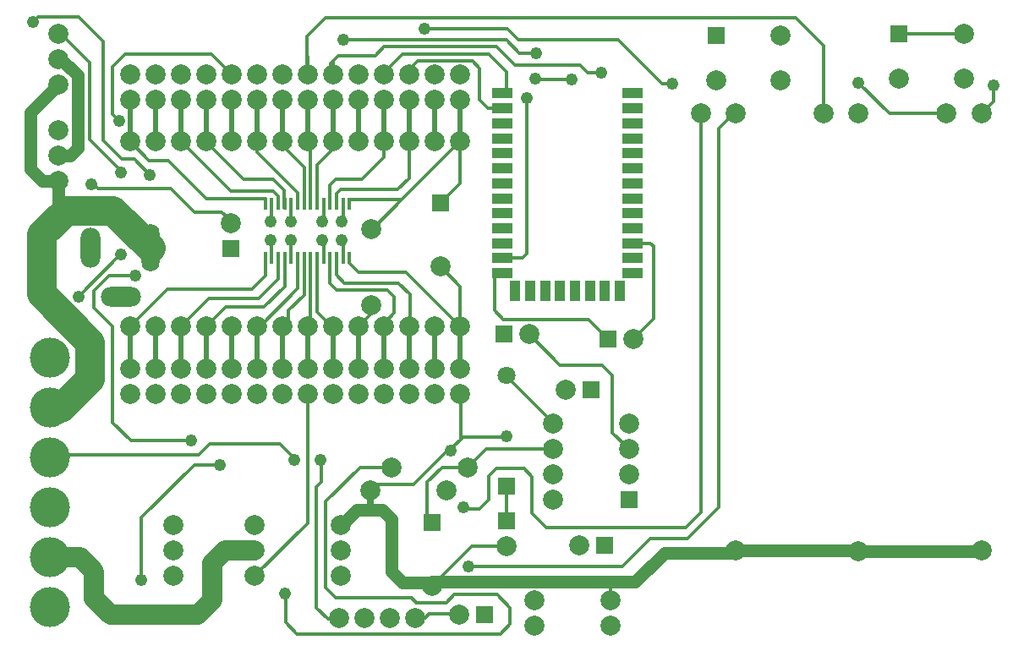
<source format=gbr>
G04 DipTrace 2.3.0.3*
%INTop.gbr*%
%MOIN*%
%ADD13C,0.049*%
%ADD14C,0.026*%
%ADD15C,0.0128*%
%ADD16C,0.079*%
%ADD17C,0.118*%
%ADD18C,0.0787*%
%ADD19C,0.013*%
%ADD20C,0.0197*%
%ADD21C,0.0118*%
%ADD22C,0.0492*%
%ADD23C,0.0787*%
%ADD24R,0.07X0.07*%
%ADD25C,0.0709*%
%ADD26O,0.0709X0.189*%
%ADD27O,0.0787X0.1575*%
%ADD28O,0.1575X0.0787*%
%ADD29C,0.079*%
%ADD30R,0.0118X0.0492*%
%ADD31C,0.1575*%
%ADD32R,0.0787X0.0394*%
%ADD33R,0.0394X0.0787*%
%FSLAX44Y44*%
G04*
G70*
G90*
G75*
G01*
%LNTop*%
%LPD*%
X5757Y26995D2*
D13*
X5855D1*
X6503Y26347D1*
Y23476D1*
X6222Y23195D1*
X5757D1*
X18055Y9977D2*
D14*
Y9222D1*
D13*
X18509D1*
X18879Y8852D1*
Y6789D1*
X19316Y6352D1*
X20477D1*
Y6215D1*
Y6381D1*
X27522D1*
X28487D1*
X29632Y7526D1*
X32366D1*
X32446Y7607D1*
X37287D1*
X37291Y7603D1*
X42132D1*
Y7607D1*
X27407Y15965D2*
D19*
X26638Y16734D1*
X23271D1*
X22931Y17073D1*
Y18553D1*
X23258D1*
X18055Y9977D2*
X18308Y10230D1*
X19742D1*
X21078Y11566D1*
X21228D1*
X20477Y6215D2*
X22043Y7781D1*
X23415D1*
X16889Y8633D2*
X16920D1*
D13*
X17509Y9222D1*
X18055D1*
X27522Y6381D2*
D19*
X27510Y5652D1*
X21553Y5094D2*
Y5131D1*
X20362D1*
X20197Y4966D1*
X19828D1*
X23416Y12128D2*
X23378Y12091D1*
X21691D1*
X21603Y12003D1*
X21353Y11753D1*
Y11628D1*
X21290Y11566D1*
X21228D1*
X7039Y22067D2*
X7159D1*
X7329Y21897D1*
X10195D1*
X11125Y20967D1*
X12191D1*
X12542Y20616D1*
Y20525D1*
X21603Y12003D2*
Y13804D1*
X21579Y13780D1*
X23258Y19143D2*
X24032D1*
X24215Y19326D1*
Y25446D1*
X42605Y25942D2*
Y25324D1*
X42132Y24851D1*
X32446D2*
Y24836D1*
X32344D1*
X31779Y24271D1*
Y9338D1*
X30544Y8102D1*
X29082D1*
X27982Y7003D1*
X21915D1*
X21579Y25375D2*
D20*
Y23750D1*
X21578D1*
X17223Y21279D2*
D21*
Y21463D1*
X17935D1*
D15*
X19290D1*
X21578Y23750D1*
D19*
Y22094D1*
X20799Y21315D1*
X18067Y20305D2*
X18132D1*
X19290Y21463D1*
X20579Y25375D2*
D20*
Y23750D1*
X20578D1*
X16967Y21279D2*
D21*
Y20968D1*
D15*
Y20667D1*
X16903Y20604D1*
X19579Y25375D2*
D20*
Y23752D1*
X19578Y23750D1*
X16711Y21279D2*
D15*
Y21686D1*
X16866Y21842D1*
X19115D1*
X19578Y22305D1*
Y23750D1*
X18579Y25375D2*
D20*
Y23752D1*
X18578Y23750D1*
X16455Y21279D2*
D21*
Y22020D1*
X16688Y22253D1*
X17712D1*
D15*
X18565Y23106D1*
Y23750D1*
X18578D1*
X17579Y25375D2*
D20*
Y23752D1*
X17578Y23750D1*
X16199Y21279D2*
D21*
Y20968D1*
D15*
Y20630D1*
X16160Y20591D1*
X16579Y25375D2*
D20*
Y23752D1*
X16578Y23750D1*
X15943Y21279D2*
D21*
Y22814D1*
D15*
X16751Y23623D1*
Y23750D1*
X16578D1*
X15579Y25375D2*
D20*
Y23752D1*
X15578Y23750D1*
X15687Y21279D2*
D21*
Y21352D1*
D15*
Y23859D1*
X15578Y23750D1*
X14579Y25375D2*
D20*
Y23752D1*
X14578Y23750D1*
X15431Y21279D2*
D21*
Y21406D1*
D15*
Y22715D1*
X14396Y23750D1*
X14578D1*
X13579Y25375D2*
D20*
Y23752D1*
X13578Y23750D1*
X15175Y21279D2*
D21*
Y21733D1*
D15*
X13578Y23331D1*
Y23750D1*
X12579Y25375D2*
D20*
Y23752D1*
X12578Y23750D1*
X14919Y21279D2*
D21*
Y20968D1*
D15*
Y20601D1*
X14910Y20591D1*
X11579Y25375D2*
D20*
Y23752D1*
X11578Y23750D1*
X14664Y21279D2*
D21*
Y21147D1*
D15*
X14650Y21134D1*
Y21836D1*
X14227Y22259D1*
X13047D1*
X11578Y23727D1*
Y23750D1*
X10579Y25375D2*
D20*
Y23752D1*
X10578Y23750D1*
X14408Y21279D2*
D21*
Y21588D1*
D15*
X14216Y21780D1*
X12548D1*
X10578Y23750D1*
X9579Y25375D2*
D20*
Y23752D1*
X9578Y23750D1*
X14152Y21279D2*
D21*
Y20968D1*
D15*
Y20645D1*
X14097Y20591D1*
X8579Y25375D2*
D20*
Y23752D1*
X8578Y23750D1*
X13896Y21279D2*
D21*
Y21504D1*
X11578D1*
D15*
X10078Y23004D1*
X9324D1*
X8578Y23750D1*
X8579Y16468D2*
D20*
Y14780D1*
X13896Y19153D2*
D15*
Y18451D1*
X13381Y17936D1*
X10047D1*
X8579Y16468D1*
X9579D2*
D20*
Y14780D1*
X14152Y19153D2*
D21*
Y19463D1*
D15*
Y19786D1*
X14097Y19841D1*
X10579Y16468D2*
D20*
Y14780D1*
X14408Y19153D2*
D21*
Y18320D1*
D15*
X13639Y17552D1*
X11663D1*
X10579Y16468D1*
X11579D2*
D20*
Y14780D1*
X14664Y19153D2*
D21*
Y18033D1*
D15*
X13849Y17218D1*
X12330D1*
X11579Y16468D1*
X12579D2*
D20*
Y14780D1*
X14919Y19153D2*
D21*
Y19463D1*
D15*
Y19831D1*
X14910Y19841D1*
X13579Y16468D2*
D20*
Y14780D1*
X15175Y19153D2*
D15*
Y17940D1*
X13703Y16468D1*
X13579D1*
X14579D2*
D20*
Y14780D1*
X15431Y19153D2*
D21*
Y17684D1*
D15*
X14827Y17080D1*
Y16715D1*
X14579Y16468D1*
X15579D2*
D20*
Y14780D1*
X15687Y19153D2*
D21*
Y17657D1*
D15*
Y16547D1*
X15579Y16655D1*
Y16468D1*
X16579D2*
D20*
Y14780D1*
X15943Y19153D2*
D21*
Y17657D1*
D15*
Y17022D1*
X16497Y16468D1*
X16579D1*
X17579D2*
D20*
Y14780D1*
X16199Y19153D2*
D21*
Y19463D1*
D15*
Y19802D1*
X16160Y19841D1*
X18067Y17305D2*
D19*
Y16955D1*
X17579Y16468D1*
X18579D2*
D20*
Y14780D1*
X16455Y19153D2*
D21*
Y18151D1*
D15*
X16727Y17879D1*
X18728D1*
X18978Y17629D1*
Y16973D1*
X18473Y16468D1*
X18579D1*
X19579D2*
D20*
Y14780D1*
X16711Y19153D2*
D21*
Y18481D1*
D15*
X17022Y18170D1*
X19137D1*
X19599Y17708D1*
Y16468D1*
X19579D1*
X20579D2*
D20*
Y14780D1*
X16903Y19841D2*
D15*
X16967D1*
Y19153D1*
X21579Y16468D2*
D20*
Y14780D1*
X17223Y19153D2*
D15*
Y18966D1*
X17583Y18605D1*
X19442D1*
X21579Y16468D1*
D19*
Y18034D1*
X20799Y18815D1*
X23258Y25639D2*
X23427D1*
Y26491D1*
X22729Y27189D1*
X19308D1*
X18681Y26562D1*
X18393D1*
X18579Y26375D1*
X5757Y25995D2*
D22*
X4653Y24891D1*
Y22657D1*
X5115Y22195D1*
X5757D1*
X5407Y11279D2*
D19*
Y11378D1*
X11289D1*
X11727Y11816D1*
X14477D1*
X15040Y11253D1*
Y11191D1*
X16070Y11190D2*
X16102D1*
Y10316D1*
X15915Y10128D1*
Y5370D1*
X16365Y4920D1*
X16568D1*
X16828Y4782D1*
Y4966D1*
X9377Y19544D2*
D17*
X7888Y21033D1*
X6032D1*
X5078Y20079D1*
Y17740D1*
X6987Y15830D1*
Y14400D1*
X5834Y13247D1*
X5407D1*
X5757Y22195D2*
D13*
Y21033D1*
X6032D1*
X21894Y10903D2*
D15*
X20871D1*
X20290Y10323D1*
Y8901D1*
X20477Y8715D1*
X6531Y17624D2*
X8193Y19286D1*
X8202Y19298D1*
X21894Y10903D2*
D19*
X22610Y11619D1*
X25243D1*
X5757Y27995D2*
X5842D1*
X6975Y26863D1*
Y23819D1*
X8281Y22513D1*
X8217D1*
X13493Y6615D2*
X15579Y8701D1*
Y13780D1*
X10977Y11941D2*
X8605D1*
X7877Y12669D1*
Y16454D1*
X7150Y17181D1*
Y17859D1*
X7761Y18470D1*
X8769D1*
Y18441D1*
X9010Y6464D2*
Y8911D1*
X11102Y11003D1*
X12102D1*
X37292Y26067D2*
X38509Y24851D1*
X40754D1*
X27139Y26451D2*
X26618D1*
X26324Y26744D1*
X23747D1*
X23003Y27489D1*
X18595D1*
X18236Y27130D1*
X16790D1*
X16579Y26919D1*
X16477Y26817D1*
Y26274D1*
X16579Y26375D1*
Y26919D1*
X21728Y9316D2*
Y9248D1*
X22344D1*
X22728Y9632D1*
Y10555D1*
X23012Y10839D1*
X24100D1*
X24412Y10527D1*
Y9073D1*
X24964Y8521D1*
X30475D1*
X31068Y9115D1*
Y24851D1*
X25243Y12619D2*
Y12652D1*
X23381Y14514D1*
X23416D1*
Y10164D2*
X23429Y10151D1*
Y8795D1*
X23415Y8781D1*
X20165Y28193D2*
X23430D1*
X23877Y27746D1*
X27811D1*
X29535Y26023D1*
X29946D1*
X28243Y11619D2*
X27595Y12267D1*
Y14523D1*
X27181Y14936D1*
X25527D1*
X24308Y16155D1*
X18894Y10903D2*
X17633D1*
X16279Y9550D1*
Y6139D1*
X16665Y5753D1*
X19665D1*
X19853Y5565D1*
X21040D1*
X21353Y5878D1*
X23034D1*
X23557Y5355D1*
Y4711D1*
X23177Y4332D1*
X15155D1*
X14704Y4783D1*
Y5916D1*
X14688D1*
X4742Y28455D2*
X4941Y28653D1*
X6546D1*
X7502Y27697D1*
Y23792D1*
X8242Y23051D1*
X8736D1*
X9349Y22438D1*
X13493Y7615D2*
D18*
X12320D1*
X11811Y7106D1*
Y5666D1*
X11237Y5091D1*
X7798D1*
X7159Y5731D1*
Y6795D1*
X6612Y7342D1*
X5407D1*
X19579Y26375D2*
D19*
X19592Y26363D1*
Y26592D1*
X19926Y26926D1*
X22071D1*
X22360Y26637D1*
Y25378D1*
X22689Y25049D1*
X23258D1*
X35913Y24847D2*
Y27530D1*
X34814Y28629D1*
X16289D1*
X15540Y27880D1*
Y26336D1*
X15579Y26375D1*
X15540Y27880D1*
X24563Y27234D2*
X23929D1*
X23408Y27755D1*
X16977D1*
X25992Y26188D2*
X24531D1*
Y26218D1*
X28407Y15965D2*
X29202Y16760D1*
Y19618D1*
X29086Y19734D1*
X28376D1*
X8140Y24563D2*
D15*
X7890Y24813D1*
Y26688D1*
X8390Y27188D1*
X11767D1*
X12579Y26375D1*
X38887Y27991D2*
D19*
X41446D1*
D13*
X6531Y17624D3*
X14097Y20591D3*
X14910D3*
X14097Y19841D3*
X14910D3*
X16903Y20604D3*
Y19841D3*
X16160D3*
Y20591D3*
X27139Y26451D3*
X37292Y26067D3*
X8202Y19298D3*
X8217Y22513D3*
X23416Y12128D3*
X7039Y22067D3*
X9349Y22438D3*
X8140Y24563D3*
X21228Y11566D3*
X24215Y25446D3*
X15040Y11191D3*
X16070Y11190D3*
X8769Y18441D3*
X10977Y11941D3*
X12102Y11003D3*
X9010Y6464D3*
X21728Y9316D3*
X29946Y26023D3*
X20165Y28193D3*
X16977Y27755D3*
X24563Y27234D3*
X24531Y26218D3*
X25992Y26188D3*
X42605Y25942D3*
X21915Y7003D3*
X14688Y5916D3*
X4742Y28455D3*
D23*
X5757Y24195D3*
Y23195D3*
Y22195D3*
Y27995D3*
Y26995D3*
Y25995D3*
D24*
X23415Y8781D3*
D16*
Y7781D3*
D24*
X27284Y7806D3*
D16*
X26284D3*
X24308Y16155D3*
D24*
X23308D3*
D16*
X20477Y6215D3*
D24*
Y8715D3*
D16*
X21553Y5094D3*
D24*
X22553D3*
D16*
X25737Y13971D3*
D24*
X26737D3*
D16*
X20799Y18815D3*
D24*
Y21315D3*
X23416Y10164D3*
D25*
Y14514D3*
D23*
X13493Y8615D3*
Y7615D3*
Y6615D3*
X10277Y8625D3*
Y7625D3*
Y6625D3*
X16889Y8633D3*
Y7633D3*
Y6633D3*
X8578Y23750D3*
X9578D3*
X10578D3*
X11578D3*
X12578D3*
X13578D3*
X14578D3*
X15578D3*
X16578D3*
X17578D3*
X18578D3*
X19578D3*
X20578D3*
X21578D3*
X21579Y16468D3*
X20579D3*
X19579D3*
X18579D3*
X17579D3*
X16579D3*
X15579D3*
X14579D3*
X13579D3*
X12579D3*
X11579D3*
X10579D3*
X9579D3*
X8579D3*
X21579Y26375D3*
X20579D3*
X19579D3*
X18579D3*
X17579D3*
X16579D3*
X15579D3*
X14579D3*
X13579D3*
X12579D3*
X11579D3*
X10579D3*
X9579D3*
X8579D3*
Y25375D3*
X9579D3*
X10579D3*
X11579D3*
X12579D3*
X13579D3*
X14579D3*
X15579D3*
X16579D3*
X17579D3*
X18579D3*
X19579D3*
X20579D3*
X21579D3*
Y14780D3*
X20579D3*
X19579D3*
X18579D3*
X17579D3*
X16579D3*
X15579D3*
X14579D3*
X13579D3*
X12579D3*
X11579D3*
X10579D3*
X9579D3*
X8579D3*
Y13780D3*
X9579D3*
X10579D3*
X11579D3*
X12579D3*
X13579D3*
X14579D3*
X15579D3*
X16579D3*
X17579D3*
X18579D3*
X19579D3*
X20579D3*
X21579D3*
D26*
X9377Y19544D3*
D27*
X7015D3*
D28*
X8196Y17615D3*
D16*
X28407Y15965D3*
D24*
X27407D3*
X28243Y9619D3*
D29*
Y10619D3*
Y11619D3*
Y12619D3*
X25243D3*
Y11619D3*
Y10619D3*
Y9619D3*
D24*
X12542Y19525D3*
D29*
Y20525D3*
D16*
X18055Y9977D3*
D29*
X21055D3*
D16*
X27510Y5652D3*
D29*
X24510D3*
D16*
X27510Y4662D3*
D29*
X24510D3*
D16*
X21894Y10903D3*
D29*
X18894D3*
D16*
X18067Y17305D3*
D29*
Y20305D3*
D24*
X31669Y27921D3*
D29*
Y26149D3*
X34229D3*
Y27921D3*
D24*
X38887Y27991D3*
D29*
Y26219D3*
X41446D3*
Y27991D3*
D23*
X42132Y24851D3*
X40754D3*
X42132Y7607D3*
X37291Y24847D3*
X35913D3*
X37291Y7603D3*
X32446Y24851D3*
X31068D3*
X32446Y7607D3*
D30*
X17223Y21279D3*
X16967D3*
X16711D3*
X16455D3*
X16199D3*
X15943D3*
X15687D3*
X15431D3*
X15175D3*
X14919D3*
X14664D3*
X14408D3*
X14152D3*
X13896D3*
Y19153D3*
X14152D3*
X14408D3*
X14664D3*
X14919D3*
X15175D3*
X15431D3*
X15687D3*
X15943D3*
X16199D3*
X16455D3*
X16711D3*
X16967D3*
X17223D3*
D23*
X19828Y4966D3*
X18828D3*
X17828D3*
X16828D3*
D31*
X5407Y15216D3*
Y13247D3*
Y11279D3*
Y9310D3*
Y7342D3*
Y5373D3*
D32*
X23258Y25639D3*
Y25049D3*
Y24458D3*
Y23868D3*
Y23277D3*
Y22686D3*
Y22096D3*
Y21505D3*
Y20915D3*
Y20324D3*
Y19734D3*
Y19143D3*
Y18553D3*
D33*
X23750Y17849D3*
X24340D3*
X24931D3*
X25522D3*
X26112D3*
X26703D3*
X27293D3*
X27884D3*
D32*
X28376Y18553D3*
Y19143D3*
Y19734D3*
Y20324D3*
Y20915D3*
Y21505D3*
X28377Y22096D3*
X28376Y22686D3*
Y23277D3*
Y23868D3*
Y24458D3*
Y25049D3*
Y25639D3*
M02*

</source>
